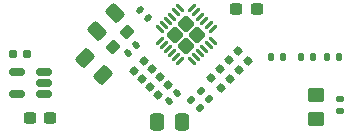
<source format=gbr>
%TF.GenerationSoftware,KiCad,Pcbnew,8.0.3*%
%TF.CreationDate,2024-06-12T16:29:16-04:00*%
%TF.ProjectId,tac5212_audio_board_single_ended,74616335-3231-4325-9f61-7564696f5f62,rev?*%
%TF.SameCoordinates,Original*%
%TF.FileFunction,Paste,Top*%
%TF.FilePolarity,Positive*%
%FSLAX46Y46*%
G04 Gerber Fmt 4.6, Leading zero omitted, Abs format (unit mm)*
G04 Created by KiCad (PCBNEW 8.0.3) date 2024-06-12 16:29:16*
%MOMM*%
%LPD*%
G01*
G04 APERTURE LIST*
G04 Aperture macros list*
%AMRoundRect*
0 Rectangle with rounded corners*
0 $1 Rounding radius*
0 $2 $3 $4 $5 $6 $7 $8 $9 X,Y pos of 4 corners*
0 Add a 4 corners polygon primitive as box body*
4,1,4,$2,$3,$4,$5,$6,$7,$8,$9,$2,$3,0*
0 Add four circle primitives for the rounded corners*
1,1,$1+$1,$2,$3*
1,1,$1+$1,$4,$5*
1,1,$1+$1,$6,$7*
1,1,$1+$1,$8,$9*
0 Add four rect primitives between the rounded corners*
20,1,$1+$1,$2,$3,$4,$5,0*
20,1,$1+$1,$4,$5,$6,$7,0*
20,1,$1+$1,$6,$7,$8,$9,0*
20,1,$1+$1,$8,$9,$2,$3,0*%
G04 Aperture macros list end*
%ADD10RoundRect,0.160000X0.252791X-0.026517X-0.026517X0.252791X-0.252791X0.026517X0.026517X-0.252791X0*%
%ADD11RoundRect,0.135000X-0.226274X-0.035355X-0.035355X-0.226274X0.226274X0.035355X0.035355X0.226274X0*%
%ADD12RoundRect,0.250000X0.337500X0.475000X-0.337500X0.475000X-0.337500X-0.475000X0.337500X-0.475000X0*%
%ADD13RoundRect,0.160000X-0.026517X-0.252791X0.252791X0.026517X0.026517X0.252791X-0.252791X-0.026517X0*%
%ADD14RoundRect,0.140000X0.219203X0.021213X0.021213X0.219203X-0.219203X-0.021213X-0.021213X-0.219203X0*%
%ADD15RoundRect,0.250000X0.574524X0.097227X0.097227X0.574524X-0.574524X-0.097227X-0.097227X-0.574524X0*%
%ADD16RoundRect,0.150000X0.512500X0.150000X-0.512500X0.150000X-0.512500X-0.150000X0.512500X-0.150000X0*%
%ADD17RoundRect,0.135000X-0.185000X0.135000X-0.185000X-0.135000X0.185000X-0.135000X0.185000X0.135000X0*%
%ADD18RoundRect,0.237500X-0.300000X-0.237500X0.300000X-0.237500X0.300000X0.237500X-0.300000X0.237500X0*%
%ADD19RoundRect,0.140000X-0.021213X0.219203X-0.219203X0.021213X0.021213X-0.219203X0.219203X-0.021213X0*%
%ADD20RoundRect,0.250000X-0.097227X0.574524X-0.574524X0.097227X0.097227X-0.574524X0.574524X-0.097227X0*%
%ADD21RoundRect,0.250000X-0.450000X0.350000X-0.450000X-0.350000X0.450000X-0.350000X0.450000X0.350000X0*%
%ADD22RoundRect,0.135000X-0.135000X-0.185000X0.135000X-0.185000X0.135000X0.185000X-0.135000X0.185000X0*%
%ADD23RoundRect,0.237500X-0.044194X-0.380070X0.380070X0.044194X0.044194X0.380070X-0.380070X-0.044194X0*%
%ADD24RoundRect,0.135000X0.135000X0.185000X-0.135000X0.185000X-0.135000X-0.185000X0.135000X-0.185000X0*%
%ADD25RoundRect,0.250000X0.000000X-0.445477X0.445477X0.000000X0.000000X0.445477X-0.445477X0.000000X0*%
%ADD26RoundRect,0.062500X-0.220971X-0.309359X0.309359X0.220971X0.220971X0.309359X-0.309359X-0.220971X0*%
%ADD27RoundRect,0.062500X0.220971X-0.309359X0.309359X-0.220971X-0.220971X0.309359X-0.309359X0.220971X0*%
%ADD28RoundRect,0.160000X-0.197500X-0.160000X0.197500X-0.160000X0.197500X0.160000X-0.197500X0.160000X0*%
%ADD29RoundRect,0.135000X0.226274X0.035355X0.035355X0.226274X-0.226274X-0.035355X-0.035355X-0.226274X0*%
G04 APERTURE END LIST*
D10*
%TO.C,R102*%
X112937059Y-114705168D03*
X112092067Y-113860176D03*
%TD*%
D11*
%TO.C,R109*%
X109617194Y-116508362D03*
X110338442Y-117229610D03*
%TD*%
D10*
%TO.C,R101*%
X113677789Y-113964439D03*
X112832797Y-113119447D03*
%TD*%
D12*
%TO.C,C12*%
X108818261Y-118400000D03*
X106743261Y-118400000D03*
%TD*%
D10*
%TO.C,R103*%
X112157509Y-115484718D03*
X111312517Y-114639726D03*
%TD*%
D13*
%TO.C,R104*%
X105445334Y-114708704D03*
X106290326Y-113863712D03*
%TD*%
D14*
%TO.C,C15*%
X105939411Y-109539411D03*
X105260589Y-108860589D03*
%TD*%
D15*
%TO.C,C10*%
X102133623Y-114433623D03*
X100666377Y-112966377D03*
%TD*%
D16*
%TO.C,U1*%
X97137500Y-116050000D03*
X97137500Y-115100000D03*
X97137500Y-114150000D03*
X94862500Y-114150000D03*
X94862500Y-116050000D03*
%TD*%
D13*
%TO.C,R106*%
X106788837Y-116052207D03*
X107633829Y-115207215D03*
%TD*%
D17*
%TO.C,R5*%
X122200000Y-116390000D03*
X122200000Y-117410000D03*
%TD*%
D18*
%TO.C,C2*%
X113437500Y-108800000D03*
X115162500Y-108800000D03*
%TD*%
D19*
%TO.C,C11*%
X104937914Y-111892722D03*
X104259092Y-112571544D03*
%TD*%
D20*
%TO.C,C13*%
X103133623Y-109166377D03*
X101666377Y-110633623D03*
%TD*%
D21*
%TO.C,D7*%
X120200000Y-116100000D03*
X120200000Y-118100000D03*
%TD*%
D19*
%TO.C,C14*%
X108425718Y-115946212D03*
X107746896Y-116625034D03*
%TD*%
D10*
%TO.C,R100*%
X114420251Y-113221977D03*
X113575259Y-112376985D03*
%TD*%
D18*
%TO.C,C1*%
X95937500Y-118000000D03*
X97662500Y-118000000D03*
%TD*%
D22*
%TO.C,R41*%
X121090000Y-112900000D03*
X122110000Y-112900000D03*
%TD*%
D23*
%TO.C,C17*%
X102990120Y-112009880D03*
X104209880Y-110790120D03*
%TD*%
D24*
%TO.C,R40*%
X117410000Y-112900000D03*
X116390000Y-112900000D03*
%TD*%
D13*
%TO.C,R107*%
X104773583Y-114036952D03*
X105618575Y-113191960D03*
%TD*%
%TO.C,R105*%
X106117086Y-115380455D03*
X106962078Y-114535463D03*
%TD*%
D25*
%TO.C,J1002*%
X108280761Y-111000000D03*
X109200000Y-111919239D03*
X109200000Y-110080761D03*
X110119239Y-111000000D03*
D26*
X106946097Y-111486136D03*
X107299651Y-111839689D03*
X107653204Y-112193243D03*
X108006757Y-112546796D03*
X108360311Y-112900349D03*
X108713864Y-113253903D03*
D27*
X109686136Y-113253903D03*
X110039689Y-112900349D03*
X110393243Y-112546796D03*
X110746796Y-112193243D03*
X111100349Y-111839689D03*
X111453903Y-111486136D03*
D26*
X111453903Y-110513864D03*
X111100349Y-110160311D03*
X110746796Y-109806757D03*
X110393243Y-109453204D03*
X110039689Y-109099651D03*
X109686136Y-108746097D03*
D27*
X108713864Y-108746097D03*
X108360311Y-109099651D03*
X108006757Y-109453204D03*
X107653204Y-109806757D03*
X107299651Y-110160311D03*
X106946097Y-110513864D03*
%TD*%
D24*
%TO.C,R42*%
X119910000Y-112900000D03*
X118890000Y-112900000D03*
%TD*%
D28*
%TO.C,R1*%
X94502500Y-112600000D03*
X95697500Y-112600000D03*
%TD*%
D29*
%TO.C,R108*%
X111141385Y-116460624D03*
X110420137Y-115739376D03*
%TD*%
M02*

</source>
